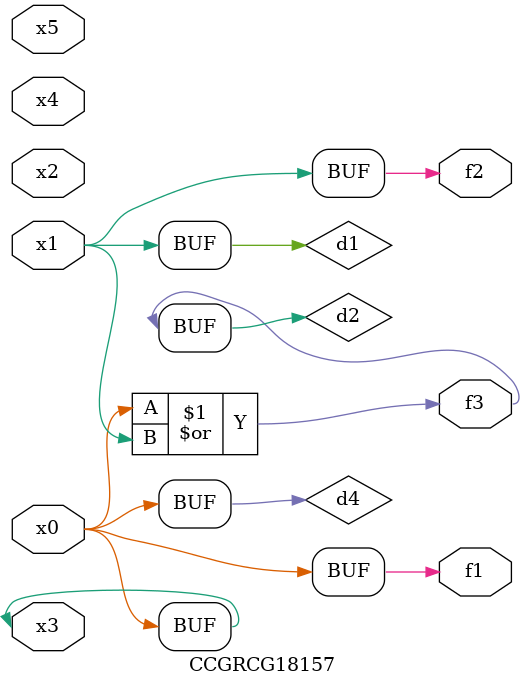
<source format=v>
module CCGRCG18157(
	input x0, x1, x2, x3, x4, x5,
	output f1, f2, f3
);

	wire d1, d2, d3, d4;

	and (d1, x1);
	or (d2, x0, x1);
	nand (d3, x0, x5);
	buf (d4, x0, x3);
	assign f1 = d4;
	assign f2 = d1;
	assign f3 = d2;
endmodule

</source>
